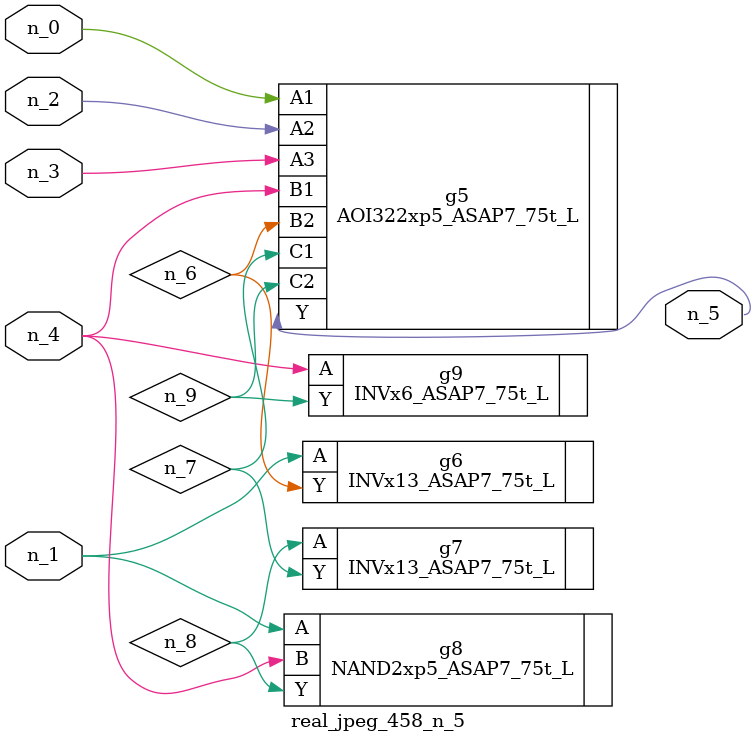
<source format=v>
module real_jpeg_458_n_5 (n_4, n_0, n_1, n_2, n_3, n_5);

input n_4;
input n_0;
input n_1;
input n_2;
input n_3;

output n_5;

wire n_8;
wire n_6;
wire n_7;
wire n_9;

AOI322xp5_ASAP7_75t_L g5 ( 
.A1(n_0),
.A2(n_2),
.A3(n_3),
.B1(n_4),
.B2(n_6),
.C1(n_7),
.C2(n_9),
.Y(n_5)
);

INVx13_ASAP7_75t_L g6 ( 
.A(n_1),
.Y(n_6)
);

NAND2xp5_ASAP7_75t_L g8 ( 
.A(n_1),
.B(n_4),
.Y(n_8)
);

INVx6_ASAP7_75t_L g9 ( 
.A(n_4),
.Y(n_9)
);

INVx13_ASAP7_75t_L g7 ( 
.A(n_8),
.Y(n_7)
);


endmodule
</source>
